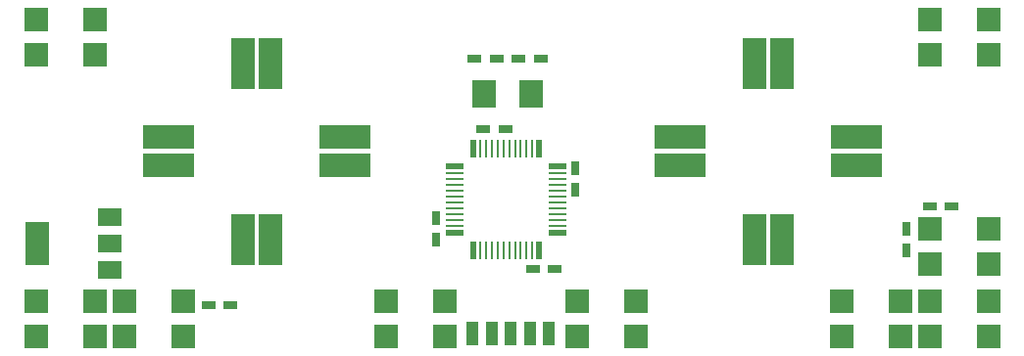
<source format=gtp>
G04 (created by PCBNEW (22-Jun-2014 BZR 4027)-stable) date Wed 20 Dec 2017 05:06:28 PM CST*
%MOIN*%
G04 Gerber Fmt 3.4, Leading zero omitted, Abs format*
%FSLAX34Y34*%
G01*
G70*
G90*
G04 APERTURE LIST*
%ADD10C,0.00393701*%
%ADD11R,0.0787402X0.149606*%
%ADD12R,0.0787402X0.0590551*%
%ADD13R,0.0472441X0.0295276*%
%ADD14R,0.0787402X0.177165*%
%ADD15R,0.177165X0.0787402*%
%ADD16R,0.0787402X0.0944882*%
%ADD17R,0.0295276X0.0472441*%
%ADD18R,0.0787402X0.0787402*%
%ADD19R,0.0393701X0.0787402*%
%ADD20R,0.0110236X0.0590551*%
%ADD21R,0.019685X0.0590551*%
%ADD22R,0.0590551X0.019685*%
%ADD23R,0.0590551X0.0110236*%
G04 APERTURE END LIST*
G54D10*
G54D11*
X64739Y-56560D03*
G54D12*
X67220Y-56560D03*
X67220Y-55654D03*
X67220Y-57465D03*
G54D13*
X95854Y-55280D03*
X95105Y-55280D03*
G54D14*
X71727Y-50400D03*
X72672Y-50400D03*
X90072Y-50400D03*
X89127Y-50400D03*
X90072Y-56400D03*
X89127Y-56400D03*
X71727Y-56400D03*
X72672Y-56400D03*
G54D15*
X92600Y-52927D03*
X92600Y-53872D03*
X75200Y-52927D03*
X75200Y-53872D03*
X69200Y-52927D03*
X69200Y-53872D03*
X86600Y-52927D03*
X86600Y-53872D03*
G54D16*
X79942Y-51450D03*
X81557Y-51450D03*
G54D13*
X81874Y-50250D03*
X81125Y-50250D03*
X79625Y-50250D03*
X80374Y-50250D03*
G54D17*
X94300Y-56045D03*
X94300Y-56794D03*
X78300Y-55675D03*
X78300Y-56424D03*
G54D13*
X80674Y-52650D03*
X79925Y-52650D03*
X81605Y-57420D03*
X82354Y-57420D03*
G54D17*
X83050Y-53975D03*
X83050Y-54724D03*
G54D18*
X95100Y-57260D03*
X95100Y-56060D03*
X97100Y-56060D03*
X97100Y-57260D03*
X64700Y-50120D03*
X64700Y-48920D03*
X66700Y-48920D03*
X66700Y-50120D03*
X95100Y-50120D03*
X95100Y-48920D03*
X97100Y-48920D03*
X97100Y-50120D03*
X76600Y-59700D03*
X76600Y-58500D03*
X78600Y-58500D03*
X78600Y-59700D03*
X83100Y-59700D03*
X83100Y-58500D03*
X85100Y-58500D03*
X85100Y-59700D03*
X95100Y-59700D03*
X95100Y-58500D03*
X97100Y-58500D03*
X97100Y-59700D03*
X92100Y-59700D03*
X92100Y-58500D03*
X94100Y-58500D03*
X94100Y-59700D03*
X64700Y-59700D03*
X64700Y-58500D03*
X66700Y-58500D03*
X66700Y-59700D03*
X67700Y-59700D03*
X67700Y-58500D03*
X69700Y-58500D03*
X69700Y-59700D03*
G54D19*
X79550Y-59600D03*
X80200Y-59600D03*
X80850Y-59600D03*
X81500Y-59600D03*
X82150Y-59600D03*
G54D20*
X81192Y-53307D03*
X80995Y-53307D03*
X80798Y-53307D03*
X80601Y-53307D03*
X80404Y-53307D03*
G54D21*
X81822Y-53307D03*
G54D20*
X81585Y-53307D03*
X81388Y-53307D03*
G54D22*
X78957Y-53927D03*
G54D23*
X78957Y-54164D03*
X78957Y-54361D03*
X78957Y-54557D03*
X78957Y-54754D03*
X78957Y-54951D03*
X78957Y-55148D03*
X78957Y-55345D03*
G54D21*
X79577Y-56792D03*
G54D20*
X79814Y-56792D03*
X80011Y-56792D03*
X80207Y-56792D03*
X80404Y-56792D03*
X80601Y-56792D03*
X80798Y-56792D03*
X80995Y-56792D03*
G54D22*
X82442Y-56172D03*
G54D23*
X82442Y-55935D03*
X82442Y-55738D03*
X82442Y-55542D03*
X82442Y-55345D03*
X82442Y-55148D03*
X82442Y-54951D03*
X82442Y-54754D03*
G54D20*
X80207Y-53307D03*
X80011Y-53307D03*
X79814Y-53307D03*
G54D21*
X79577Y-53307D03*
G54D23*
X78957Y-55542D03*
X78957Y-55738D03*
X78957Y-55935D03*
G54D22*
X78957Y-56172D03*
G54D20*
X81192Y-56792D03*
X81388Y-56792D03*
X81585Y-56792D03*
G54D21*
X81822Y-56792D03*
G54D23*
X82442Y-54557D03*
X82442Y-54361D03*
X82442Y-54164D03*
G54D22*
X82442Y-53927D03*
G54D13*
X70565Y-58660D03*
X71314Y-58660D03*
M02*

</source>
